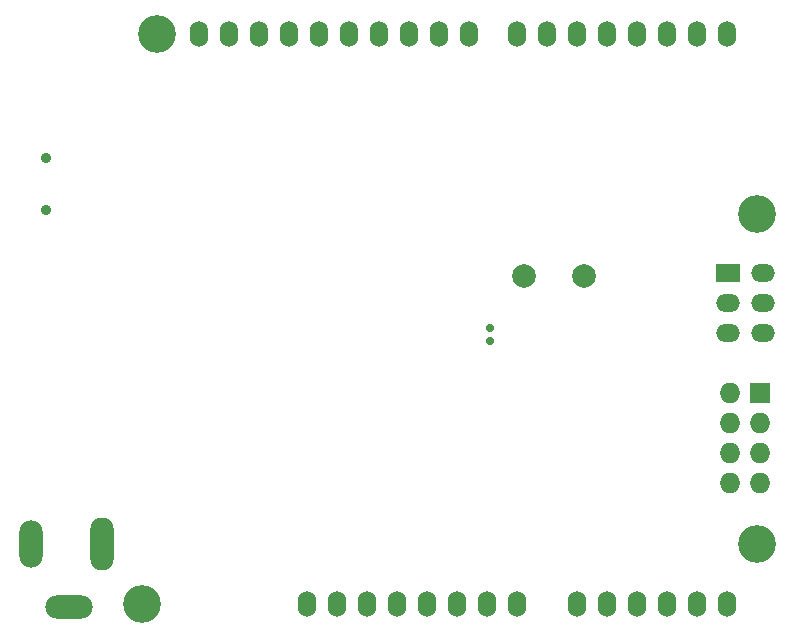
<source format=gbr>
G04 CAM350 V9.5.1 (Build 211) Date:  Fri May 13 20:41:23 2016 *
G04 Database: (Untitled) *
G04 Layer 2: STM32duino-B_Ma *
%FSLAX46Y46*%
%MOMM*%
%SFA1.000B1.000*%

%MIA0B0*%
%IPPOS*%
%ADD11O,1.52400X2.19964*%
%ADD12O,1.52400X2.19710*%
%ADD13O,4.00050X1.99898*%
%ADD14O,1.99898X4.00050*%
%ADD15O,1.99898X4.50088*%
%ADD16C,1.99898*%
%ADD17C,0.70000*%
%ADD18R,1.99898X1.52400*%
%ADD19O,1.99898X1.52400*%
%ADD71C,3.19786*%
%ADD20R,1.72720X1.72720*%
%ADD21O,1.72720X1.72720*%
%ADD26C,0.89916*%
%LNSTM32duino-B_Ma*%
%LPD*%
G54D11*
X143421100Y-129133600D03*
X145961100D03*
X148501100D03*
X151041100D03*
X153581100D03*
X156121100D03*
X158661100D03*
X161201100D03*
X166281100D03*
X168821100D03*
X171361100D03*
X173901100D03*
X176441100D03*
X178981100D03*
G54D71*
X129451100D03*
X181521100Y-124053600D03*
G54D12*
X178981100Y-80873600D03*
X176441100D03*
X173901100D03*
X171361100D03*
X168821100D03*
X166281100D03*
X163741100D03*
X161201100D03*
X157137100D03*
X154597100D03*
X152057100D03*
X149517100D03*
X146977100D03*
X144437100D03*
X141897100D03*
X139359640D03*
G54D71*
X130721100D03*
G54D12*
X136817100D03*
X134277100D03*
G54D71*
X181521100Y-96113600D03*
G54D13*
X123261120Y-129379980D03*
G54D14*
X120009920Y-124079000D03*
G54D15*
X126011940D03*
G54D16*
X166878000Y-101346000D03*
X161798000D03*
G54D17*
X158922000Y-106849000D03*
Y-105749000D03*
G54D18*
X179011580Y-101155500D03*
G54D19*
X182049420D03*
X179011580Y-103695500D03*
X182049420D03*
X179011580Y-106235500D03*
X182049420D03*
G54D20*
X181737000Y-111252000D03*
G54D21*
X179197000D03*
X181737000Y-113792000D03*
X179197000D03*
X181737000Y-116332000D03*
X179197000D03*
X181737000Y-118872000D03*
X179197000D03*
G54D26*
X121259600Y-91401900D03*
Y-95798640D03*
M02*

</source>
